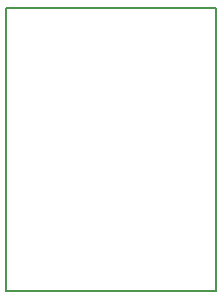
<source format=gm1>
%TF.GenerationSoftware,KiCad,Pcbnew,(5.1.5)-3*%
%TF.CreationDate,2020-01-27T22:23:04+01:00*%
%TF.ProjectId,HM-LC-Sw1-Pl-DN-R1_OBII,484d2d4c-432d-4537-9731-2d506c2d444e,rev?*%
%TF.SameCoordinates,Original*%
%TF.FileFunction,Profile,NP*%
%FSLAX46Y46*%
G04 Gerber Fmt 4.6, Leading zero omitted, Abs format (unit mm)*
G04 Created by KiCad (PCBNEW (5.1.5)-3) date 2020-01-27 22:23:04*
%MOMM*%
%LPD*%
G04 APERTURE LIST*
%ADD10C,0.150000*%
G04 APERTURE END LIST*
D10*
X157900000Y-80000000D02*
X140100000Y-80000000D01*
X157900000Y-104000000D02*
X157900000Y-80000000D01*
X140100000Y-104000000D02*
X157900000Y-104000000D01*
X140100000Y-98000000D02*
X140100000Y-104000000D01*
X140100000Y-80000000D02*
X140100000Y-98000000D01*
M02*

</source>
